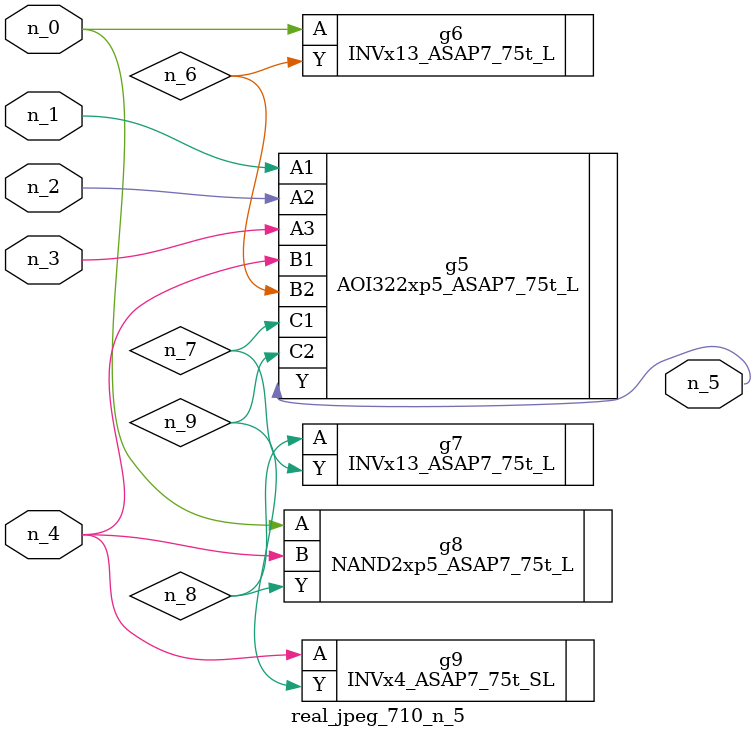
<source format=v>
module real_jpeg_710_n_5 (n_4, n_0, n_1, n_2, n_3, n_5);

input n_4;
input n_0;
input n_1;
input n_2;
input n_3;

output n_5;

wire n_8;
wire n_6;
wire n_7;
wire n_9;

INVx13_ASAP7_75t_L g6 ( 
.A(n_0),
.Y(n_6)
);

NAND2xp5_ASAP7_75t_L g8 ( 
.A(n_0),
.B(n_4),
.Y(n_8)
);

AOI322xp5_ASAP7_75t_L g5 ( 
.A1(n_1),
.A2(n_2),
.A3(n_3),
.B1(n_4),
.B2(n_6),
.C1(n_7),
.C2(n_9),
.Y(n_5)
);

INVx4_ASAP7_75t_SL g9 ( 
.A(n_4),
.Y(n_9)
);

INVx13_ASAP7_75t_L g7 ( 
.A(n_8),
.Y(n_7)
);


endmodule
</source>
